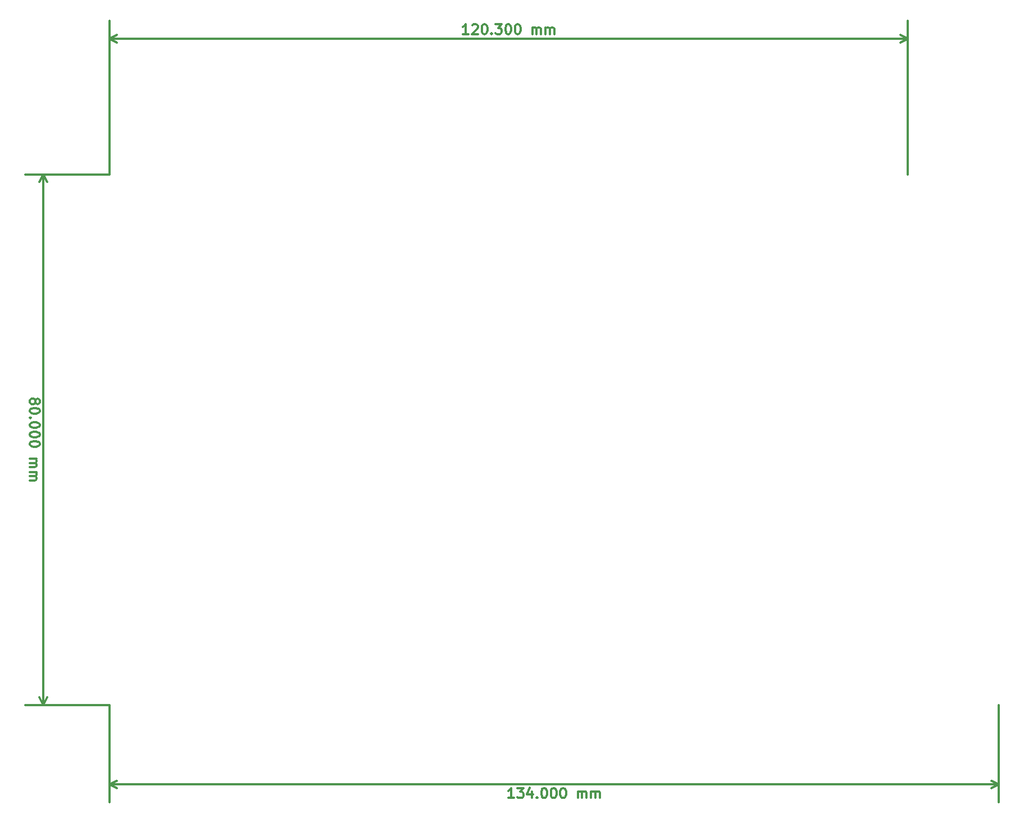
<source format=gbr>
G04 #@! TF.FileFunction,Drawing*
%FSLAX46Y46*%
G04 Gerber Fmt 4.6, Leading zero omitted, Abs format (unit mm)*
G04 Created by KiCad (PCBNEW 4.0.7) date 08/21/19 21:36:26*
%MOMM*%
%LPD*%
G01*
G04 APERTURE LIST*
%ADD10C,0.100000*%
%ADD11C,0.300000*%
G04 APERTURE END LIST*
D10*
D11*
X128928573Y-152028570D02*
X128071430Y-152028570D01*
X128500002Y-152028570D02*
X128500002Y-150528570D01*
X128357145Y-150742856D01*
X128214287Y-150885713D01*
X128071430Y-150957142D01*
X129428573Y-150528570D02*
X130357144Y-150528570D01*
X129857144Y-151099999D01*
X130071430Y-151099999D01*
X130214287Y-151171428D01*
X130285716Y-151242856D01*
X130357144Y-151385713D01*
X130357144Y-151742856D01*
X130285716Y-151885713D01*
X130214287Y-151957142D01*
X130071430Y-152028570D01*
X129642858Y-152028570D01*
X129500001Y-151957142D01*
X129428573Y-151885713D01*
X131642858Y-151028570D02*
X131642858Y-152028570D01*
X131285715Y-150457142D02*
X130928572Y-151528570D01*
X131857144Y-151528570D01*
X132428572Y-151885713D02*
X132500000Y-151957142D01*
X132428572Y-152028570D01*
X132357143Y-151957142D01*
X132428572Y-151885713D01*
X132428572Y-152028570D01*
X133428572Y-150528570D02*
X133571429Y-150528570D01*
X133714286Y-150599999D01*
X133785715Y-150671428D01*
X133857144Y-150814285D01*
X133928572Y-151099999D01*
X133928572Y-151457142D01*
X133857144Y-151742856D01*
X133785715Y-151885713D01*
X133714286Y-151957142D01*
X133571429Y-152028570D01*
X133428572Y-152028570D01*
X133285715Y-151957142D01*
X133214286Y-151885713D01*
X133142858Y-151742856D01*
X133071429Y-151457142D01*
X133071429Y-151099999D01*
X133142858Y-150814285D01*
X133214286Y-150671428D01*
X133285715Y-150599999D01*
X133428572Y-150528570D01*
X134857143Y-150528570D02*
X135000000Y-150528570D01*
X135142857Y-150599999D01*
X135214286Y-150671428D01*
X135285715Y-150814285D01*
X135357143Y-151099999D01*
X135357143Y-151457142D01*
X135285715Y-151742856D01*
X135214286Y-151885713D01*
X135142857Y-151957142D01*
X135000000Y-152028570D01*
X134857143Y-152028570D01*
X134714286Y-151957142D01*
X134642857Y-151885713D01*
X134571429Y-151742856D01*
X134500000Y-151457142D01*
X134500000Y-151099999D01*
X134571429Y-150814285D01*
X134642857Y-150671428D01*
X134714286Y-150599999D01*
X134857143Y-150528570D01*
X136285714Y-150528570D02*
X136428571Y-150528570D01*
X136571428Y-150599999D01*
X136642857Y-150671428D01*
X136714286Y-150814285D01*
X136785714Y-151099999D01*
X136785714Y-151457142D01*
X136714286Y-151742856D01*
X136642857Y-151885713D01*
X136571428Y-151957142D01*
X136428571Y-152028570D01*
X136285714Y-152028570D01*
X136142857Y-151957142D01*
X136071428Y-151885713D01*
X136000000Y-151742856D01*
X135928571Y-151457142D01*
X135928571Y-151099999D01*
X136000000Y-150814285D01*
X136071428Y-150671428D01*
X136142857Y-150599999D01*
X136285714Y-150528570D01*
X138571428Y-152028570D02*
X138571428Y-151028570D01*
X138571428Y-151171428D02*
X138642856Y-151099999D01*
X138785714Y-151028570D01*
X138999999Y-151028570D01*
X139142856Y-151099999D01*
X139214285Y-151242856D01*
X139214285Y-152028570D01*
X139214285Y-151242856D02*
X139285714Y-151099999D01*
X139428571Y-151028570D01*
X139642856Y-151028570D01*
X139785714Y-151099999D01*
X139857142Y-151242856D01*
X139857142Y-152028570D01*
X140571428Y-152028570D02*
X140571428Y-151028570D01*
X140571428Y-151171428D02*
X140642856Y-151099999D01*
X140785714Y-151028570D01*
X140999999Y-151028570D01*
X141142856Y-151099999D01*
X141214285Y-151242856D01*
X141214285Y-152028570D01*
X141214285Y-151242856D02*
X141285714Y-151099999D01*
X141428571Y-151028570D01*
X141642856Y-151028570D01*
X141785714Y-151099999D01*
X141857142Y-151242856D01*
X141857142Y-152028570D01*
X68000000Y-149999999D02*
X202000000Y-149999999D01*
X68000000Y-138000000D02*
X68000000Y-152699999D01*
X202000000Y-138000000D02*
X202000000Y-152699999D01*
X202000000Y-149999999D02*
X200873496Y-150586420D01*
X202000000Y-149999999D02*
X200873496Y-149413578D01*
X68000000Y-149999999D02*
X69126504Y-150586420D01*
X68000000Y-149999999D02*
X69126504Y-149413578D01*
X56828572Y-92071430D02*
X56900001Y-91928572D01*
X56971430Y-91857144D01*
X57114287Y-91785715D01*
X57185715Y-91785715D01*
X57328572Y-91857144D01*
X57400001Y-91928572D01*
X57471430Y-92071430D01*
X57471430Y-92357144D01*
X57400001Y-92500001D01*
X57328572Y-92571430D01*
X57185715Y-92642858D01*
X57114287Y-92642858D01*
X56971430Y-92571430D01*
X56900001Y-92500001D01*
X56828572Y-92357144D01*
X56828572Y-92071430D01*
X56757144Y-91928572D01*
X56685715Y-91857144D01*
X56542858Y-91785715D01*
X56257144Y-91785715D01*
X56114287Y-91857144D01*
X56042858Y-91928572D01*
X55971430Y-92071430D01*
X55971430Y-92357144D01*
X56042858Y-92500001D01*
X56114287Y-92571430D01*
X56257144Y-92642858D01*
X56542858Y-92642858D01*
X56685715Y-92571430D01*
X56757144Y-92500001D01*
X56828572Y-92357144D01*
X57471430Y-93571429D02*
X57471430Y-93714286D01*
X57400001Y-93857143D01*
X57328572Y-93928572D01*
X57185715Y-94000001D01*
X56900001Y-94071429D01*
X56542858Y-94071429D01*
X56257144Y-94000001D01*
X56114287Y-93928572D01*
X56042858Y-93857143D01*
X55971430Y-93714286D01*
X55971430Y-93571429D01*
X56042858Y-93428572D01*
X56114287Y-93357143D01*
X56257144Y-93285715D01*
X56542858Y-93214286D01*
X56900001Y-93214286D01*
X57185715Y-93285715D01*
X57328572Y-93357143D01*
X57400001Y-93428572D01*
X57471430Y-93571429D01*
X56114287Y-94714286D02*
X56042858Y-94785714D01*
X55971430Y-94714286D01*
X56042858Y-94642857D01*
X56114287Y-94714286D01*
X55971430Y-94714286D01*
X57471430Y-95714286D02*
X57471430Y-95857143D01*
X57400001Y-96000000D01*
X57328572Y-96071429D01*
X57185715Y-96142858D01*
X56900001Y-96214286D01*
X56542858Y-96214286D01*
X56257144Y-96142858D01*
X56114287Y-96071429D01*
X56042858Y-96000000D01*
X55971430Y-95857143D01*
X55971430Y-95714286D01*
X56042858Y-95571429D01*
X56114287Y-95500000D01*
X56257144Y-95428572D01*
X56542858Y-95357143D01*
X56900001Y-95357143D01*
X57185715Y-95428572D01*
X57328572Y-95500000D01*
X57400001Y-95571429D01*
X57471430Y-95714286D01*
X57471430Y-97142857D02*
X57471430Y-97285714D01*
X57400001Y-97428571D01*
X57328572Y-97500000D01*
X57185715Y-97571429D01*
X56900001Y-97642857D01*
X56542858Y-97642857D01*
X56257144Y-97571429D01*
X56114287Y-97500000D01*
X56042858Y-97428571D01*
X55971430Y-97285714D01*
X55971430Y-97142857D01*
X56042858Y-97000000D01*
X56114287Y-96928571D01*
X56257144Y-96857143D01*
X56542858Y-96785714D01*
X56900001Y-96785714D01*
X57185715Y-96857143D01*
X57328572Y-96928571D01*
X57400001Y-97000000D01*
X57471430Y-97142857D01*
X57471430Y-98571428D02*
X57471430Y-98714285D01*
X57400001Y-98857142D01*
X57328572Y-98928571D01*
X57185715Y-99000000D01*
X56900001Y-99071428D01*
X56542858Y-99071428D01*
X56257144Y-99000000D01*
X56114287Y-98928571D01*
X56042858Y-98857142D01*
X55971430Y-98714285D01*
X55971430Y-98571428D01*
X56042858Y-98428571D01*
X56114287Y-98357142D01*
X56257144Y-98285714D01*
X56542858Y-98214285D01*
X56900001Y-98214285D01*
X57185715Y-98285714D01*
X57328572Y-98357142D01*
X57400001Y-98428571D01*
X57471430Y-98571428D01*
X55971430Y-100857142D02*
X56971430Y-100857142D01*
X56828572Y-100857142D02*
X56900001Y-100928570D01*
X56971430Y-101071428D01*
X56971430Y-101285713D01*
X56900001Y-101428570D01*
X56757144Y-101499999D01*
X55971430Y-101499999D01*
X56757144Y-101499999D02*
X56900001Y-101571428D01*
X56971430Y-101714285D01*
X56971430Y-101928570D01*
X56900001Y-102071428D01*
X56757144Y-102142856D01*
X55971430Y-102142856D01*
X55971430Y-102857142D02*
X56971430Y-102857142D01*
X56828572Y-102857142D02*
X56900001Y-102928570D01*
X56971430Y-103071428D01*
X56971430Y-103285713D01*
X56900001Y-103428570D01*
X56757144Y-103499999D01*
X55971430Y-103499999D01*
X56757144Y-103499999D02*
X56900001Y-103571428D01*
X56971430Y-103714285D01*
X56971430Y-103928570D01*
X56900001Y-104071428D01*
X56757144Y-104142856D01*
X55971430Y-104142856D01*
X58000001Y-58000000D02*
X58000001Y-138000000D01*
X68000000Y-58000000D02*
X55300001Y-58000000D01*
X68000000Y-138000000D02*
X55300001Y-138000000D01*
X58000001Y-138000000D02*
X57413580Y-136873496D01*
X58000001Y-138000000D02*
X58586422Y-136873496D01*
X58000001Y-58000000D02*
X57413580Y-59126504D01*
X58000001Y-58000000D02*
X58586422Y-59126504D01*
X122078573Y-36828571D02*
X121221430Y-36828571D01*
X121650002Y-36828571D02*
X121650002Y-35328571D01*
X121507145Y-35542857D01*
X121364287Y-35685714D01*
X121221430Y-35757143D01*
X122650001Y-35471429D02*
X122721430Y-35400000D01*
X122864287Y-35328571D01*
X123221430Y-35328571D01*
X123364287Y-35400000D01*
X123435716Y-35471429D01*
X123507144Y-35614286D01*
X123507144Y-35757143D01*
X123435716Y-35971429D01*
X122578573Y-36828571D01*
X123507144Y-36828571D01*
X124435715Y-35328571D02*
X124578572Y-35328571D01*
X124721429Y-35400000D01*
X124792858Y-35471429D01*
X124864287Y-35614286D01*
X124935715Y-35900000D01*
X124935715Y-36257143D01*
X124864287Y-36542857D01*
X124792858Y-36685714D01*
X124721429Y-36757143D01*
X124578572Y-36828571D01*
X124435715Y-36828571D01*
X124292858Y-36757143D01*
X124221429Y-36685714D01*
X124150001Y-36542857D01*
X124078572Y-36257143D01*
X124078572Y-35900000D01*
X124150001Y-35614286D01*
X124221429Y-35471429D01*
X124292858Y-35400000D01*
X124435715Y-35328571D01*
X125578572Y-36685714D02*
X125650000Y-36757143D01*
X125578572Y-36828571D01*
X125507143Y-36757143D01*
X125578572Y-36685714D01*
X125578572Y-36828571D01*
X126150001Y-35328571D02*
X127078572Y-35328571D01*
X126578572Y-35900000D01*
X126792858Y-35900000D01*
X126935715Y-35971429D01*
X127007144Y-36042857D01*
X127078572Y-36185714D01*
X127078572Y-36542857D01*
X127007144Y-36685714D01*
X126935715Y-36757143D01*
X126792858Y-36828571D01*
X126364286Y-36828571D01*
X126221429Y-36757143D01*
X126150001Y-36685714D01*
X128007143Y-35328571D02*
X128150000Y-35328571D01*
X128292857Y-35400000D01*
X128364286Y-35471429D01*
X128435715Y-35614286D01*
X128507143Y-35900000D01*
X128507143Y-36257143D01*
X128435715Y-36542857D01*
X128364286Y-36685714D01*
X128292857Y-36757143D01*
X128150000Y-36828571D01*
X128007143Y-36828571D01*
X127864286Y-36757143D01*
X127792857Y-36685714D01*
X127721429Y-36542857D01*
X127650000Y-36257143D01*
X127650000Y-35900000D01*
X127721429Y-35614286D01*
X127792857Y-35471429D01*
X127864286Y-35400000D01*
X128007143Y-35328571D01*
X129435714Y-35328571D02*
X129578571Y-35328571D01*
X129721428Y-35400000D01*
X129792857Y-35471429D01*
X129864286Y-35614286D01*
X129935714Y-35900000D01*
X129935714Y-36257143D01*
X129864286Y-36542857D01*
X129792857Y-36685714D01*
X129721428Y-36757143D01*
X129578571Y-36828571D01*
X129435714Y-36828571D01*
X129292857Y-36757143D01*
X129221428Y-36685714D01*
X129150000Y-36542857D01*
X129078571Y-36257143D01*
X129078571Y-35900000D01*
X129150000Y-35614286D01*
X129221428Y-35471429D01*
X129292857Y-35400000D01*
X129435714Y-35328571D01*
X131721428Y-36828571D02*
X131721428Y-35828571D01*
X131721428Y-35971429D02*
X131792856Y-35900000D01*
X131935714Y-35828571D01*
X132149999Y-35828571D01*
X132292856Y-35900000D01*
X132364285Y-36042857D01*
X132364285Y-36828571D01*
X132364285Y-36042857D02*
X132435714Y-35900000D01*
X132578571Y-35828571D01*
X132792856Y-35828571D01*
X132935714Y-35900000D01*
X133007142Y-36042857D01*
X133007142Y-36828571D01*
X133721428Y-36828571D02*
X133721428Y-35828571D01*
X133721428Y-35971429D02*
X133792856Y-35900000D01*
X133935714Y-35828571D01*
X134149999Y-35828571D01*
X134292856Y-35900000D01*
X134364285Y-36042857D01*
X134364285Y-36828571D01*
X134364285Y-36042857D02*
X134435714Y-35900000D01*
X134578571Y-35828571D01*
X134792856Y-35828571D01*
X134935714Y-35900000D01*
X135007142Y-36042857D01*
X135007142Y-36828571D01*
X68000000Y-37500000D02*
X188300000Y-37500000D01*
X68000000Y-58000000D02*
X68000000Y-34800000D01*
X188300000Y-58000000D02*
X188300000Y-34800000D01*
X188300000Y-37500000D02*
X187173496Y-38086421D01*
X188300000Y-37500000D02*
X187173496Y-36913579D01*
X68000000Y-37500000D02*
X69126504Y-38086421D01*
X68000000Y-37500000D02*
X69126504Y-36913579D01*
M02*

</source>
